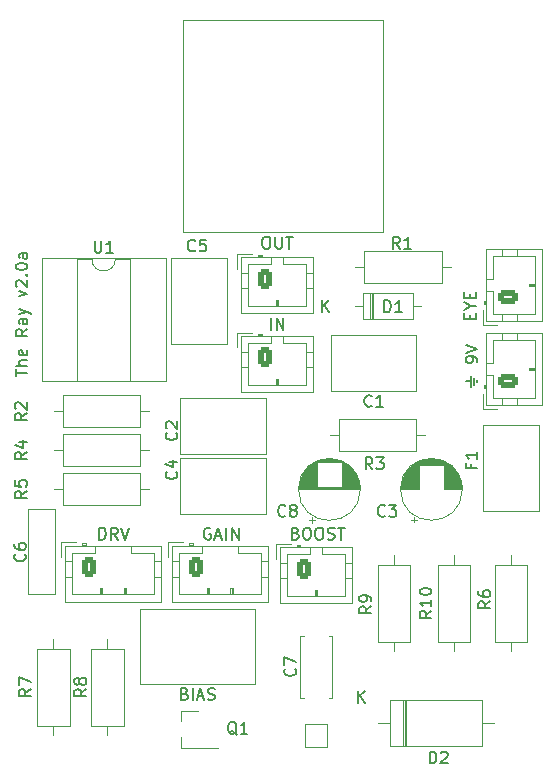
<source format=gto>
G04 #@! TF.GenerationSoftware,KiCad,Pcbnew,(6.0.0)*
G04 #@! TF.CreationDate,2022-07-26T20:36:16+02:00*
G04 #@! TF.ProjectId,ray,7261792e-6b69-4636-9164-5f7063625858,rev?*
G04 #@! TF.SameCoordinates,Original*
G04 #@! TF.FileFunction,Legend,Top*
G04 #@! TF.FilePolarity,Positive*
%FSLAX46Y46*%
G04 Gerber Fmt 4.6, Leading zero omitted, Abs format (unit mm)*
G04 Created by KiCad (PCBNEW (6.0.0)) date 2022-07-26 20:36:16*
%MOMM*%
%LPD*%
G01*
G04 APERTURE LIST*
G04 Aperture macros list*
%AMRoundRect*
0 Rectangle with rounded corners*
0 $1 Rounding radius*
0 $2 $3 $4 $5 $6 $7 $8 $9 X,Y pos of 4 corners*
0 Add a 4 corners polygon primitive as box body*
4,1,4,$2,$3,$4,$5,$6,$7,$8,$9,$2,$3,0*
0 Add four circle primitives for the rounded corners*
1,1,$1+$1,$2,$3*
1,1,$1+$1,$4,$5*
1,1,$1+$1,$6,$7*
1,1,$1+$1,$8,$9*
0 Add four rect primitives between the rounded corners*
20,1,$1+$1,$2,$3,$4,$5,0*
20,1,$1+$1,$4,$5,$6,$7,0*
20,1,$1+$1,$6,$7,$8,$9,0*
20,1,$1+$1,$8,$9,$2,$3,0*%
G04 Aperture macros list end*
%ADD10C,0.150000*%
%ADD11C,0.120000*%
%ADD12C,1.600000*%
%ADD13O,1.600000X1.600000*%
%ADD14RoundRect,0.250000X-0.350000X-0.625000X0.350000X-0.625000X0.350000X0.625000X-0.350000X0.625000X0*%
%ADD15O,1.200000X1.750000*%
%ADD16R,1.600000X1.600000*%
%ADD17C,1.440000*%
%ADD18RoundRect,0.250000X0.625000X-0.350000X0.625000X0.350000X-0.625000X0.350000X-0.625000X-0.350000X0*%
%ADD19O,1.750000X1.200000*%
%ADD20R,2.400000X1.600000*%
%ADD21O,2.400000X1.600000*%
%ADD22R,2.400000X2.400000*%
%ADD23O,2.400000X2.400000*%
%ADD24R,1.900000X0.800000*%
%ADD25R,1.500000X1.500000*%
%ADD26O,2.743200X4.003200*%
G04 APERTURE END LIST*
D10*
X98742380Y-68108951D02*
X98742380Y-67537522D01*
X99742380Y-67823237D02*
X98742380Y-67823237D01*
X99742380Y-67204189D02*
X98742380Y-67204189D01*
X99742380Y-66775617D02*
X99218571Y-66775617D01*
X99123333Y-66823237D01*
X99075714Y-66918475D01*
X99075714Y-67061332D01*
X99123333Y-67156570D01*
X99170952Y-67204189D01*
X99694761Y-65918475D02*
X99742380Y-66013713D01*
X99742380Y-66204189D01*
X99694761Y-66299427D01*
X99599523Y-66347046D01*
X99218571Y-66347046D01*
X99123333Y-66299427D01*
X99075714Y-66204189D01*
X99075714Y-66013713D01*
X99123333Y-65918475D01*
X99218571Y-65870856D01*
X99313809Y-65870856D01*
X99409047Y-66347046D01*
X99742380Y-64108951D02*
X99266190Y-64442284D01*
X99742380Y-64680379D02*
X98742380Y-64680379D01*
X98742380Y-64299427D01*
X98790000Y-64204189D01*
X98837619Y-64156570D01*
X98932857Y-64108951D01*
X99075714Y-64108951D01*
X99170952Y-64156570D01*
X99218571Y-64204189D01*
X99266190Y-64299427D01*
X99266190Y-64680379D01*
X99742380Y-63251808D02*
X99218571Y-63251808D01*
X99123333Y-63299427D01*
X99075714Y-63394665D01*
X99075714Y-63585141D01*
X99123333Y-63680379D01*
X99694761Y-63251808D02*
X99742380Y-63347046D01*
X99742380Y-63585141D01*
X99694761Y-63680379D01*
X99599523Y-63727998D01*
X99504285Y-63727998D01*
X99409047Y-63680379D01*
X99361428Y-63585141D01*
X99361428Y-63347046D01*
X99313809Y-63251808D01*
X99075714Y-62870856D02*
X99742380Y-62632760D01*
X99075714Y-62394665D02*
X99742380Y-62632760D01*
X99980476Y-62727998D01*
X100028095Y-62775617D01*
X100075714Y-62870856D01*
X99075714Y-61347046D02*
X99742380Y-61108951D01*
X99075714Y-60870856D01*
X98837619Y-60537522D02*
X98790000Y-60489903D01*
X98742380Y-60394665D01*
X98742380Y-60156570D01*
X98790000Y-60061332D01*
X98837619Y-60013713D01*
X98932857Y-59966094D01*
X99028095Y-59966094D01*
X99170952Y-60013713D01*
X99742380Y-60585141D01*
X99742380Y-59966094D01*
X99647142Y-59537522D02*
X99694761Y-59489903D01*
X99742380Y-59537522D01*
X99694761Y-59585141D01*
X99647142Y-59537522D01*
X99742380Y-59537522D01*
X98742380Y-58870856D02*
X98742380Y-58775617D01*
X98790000Y-58680379D01*
X98837619Y-58632760D01*
X98932857Y-58585141D01*
X99123333Y-58537522D01*
X99361428Y-58537522D01*
X99551904Y-58585141D01*
X99647142Y-58632760D01*
X99694761Y-58680379D01*
X99742380Y-58775617D01*
X99742380Y-58870856D01*
X99694761Y-58966094D01*
X99647142Y-59013713D01*
X99551904Y-59061332D01*
X99361428Y-59108951D01*
X99123333Y-59108951D01*
X98932857Y-59061332D01*
X98837619Y-59013713D01*
X98790000Y-58966094D01*
X98742380Y-58870856D01*
X99742380Y-57680379D02*
X99218571Y-57680379D01*
X99123333Y-57727998D01*
X99075714Y-57823237D01*
X99075714Y-58013713D01*
X99123333Y-58108951D01*
X99694761Y-57680379D02*
X99742380Y-57775617D01*
X99742380Y-58013713D01*
X99694761Y-58108951D01*
X99599523Y-58156570D01*
X99504285Y-58156570D01*
X99409047Y-58108951D01*
X99361428Y-58013713D01*
X99361428Y-57775617D01*
X99313809Y-57680379D01*
X122409142Y-92865903D02*
X122456761Y-92913522D01*
X122504380Y-93056379D01*
X122504380Y-93151617D01*
X122456761Y-93294475D01*
X122361523Y-93389713D01*
X122266285Y-93437332D01*
X122075809Y-93484951D01*
X121932952Y-93484951D01*
X121742476Y-93437332D01*
X121647238Y-93389713D01*
X121552000Y-93294475D01*
X121504380Y-93151617D01*
X121504380Y-93056379D01*
X121552000Y-92913522D01*
X121599619Y-92865903D01*
X121504380Y-92532570D02*
X121504380Y-91865903D01*
X122504380Y-92294475D01*
X128952933Y-75992017D02*
X128619600Y-75515827D01*
X128381504Y-75992017D02*
X128381504Y-74992017D01*
X128762457Y-74992017D01*
X128857695Y-75039637D01*
X128905314Y-75087256D01*
X128952933Y-75182494D01*
X128952933Y-75325351D01*
X128905314Y-75420589D01*
X128857695Y-75468208D01*
X128762457Y-75515827D01*
X128381504Y-75515827D01*
X129286266Y-74992017D02*
X129905314Y-74992017D01*
X129571980Y-75372970D01*
X129714838Y-75372970D01*
X129810076Y-75420589D01*
X129857695Y-75468208D01*
X129905314Y-75563446D01*
X129905314Y-75801541D01*
X129857695Y-75896779D01*
X129810076Y-75944398D01*
X129714838Y-75992017D01*
X129429123Y-75992017D01*
X129333885Y-75944398D01*
X129286266Y-75896779D01*
X99692380Y-71264903D02*
X99216190Y-71598237D01*
X99692380Y-71836332D02*
X98692380Y-71836332D01*
X98692380Y-71455379D01*
X98740000Y-71360141D01*
X98787619Y-71312522D01*
X98882857Y-71264903D01*
X99025714Y-71264903D01*
X99120952Y-71312522D01*
X99168571Y-71360141D01*
X99216190Y-71455379D01*
X99216190Y-71836332D01*
X98787619Y-70883951D02*
X98740000Y-70836332D01*
X98692380Y-70741094D01*
X98692380Y-70502998D01*
X98740000Y-70407760D01*
X98787619Y-70360141D01*
X98882857Y-70312522D01*
X98978095Y-70312522D01*
X99120952Y-70360141D01*
X99692380Y-70931570D01*
X99692380Y-70312522D01*
X128860780Y-87593503D02*
X128384590Y-87926837D01*
X128860780Y-88164932D02*
X127860780Y-88164932D01*
X127860780Y-87783979D01*
X127908400Y-87688741D01*
X127956019Y-87641122D01*
X128051257Y-87593503D01*
X128194114Y-87593503D01*
X128289352Y-87641122D01*
X128336971Y-87688741D01*
X128384590Y-87783979D01*
X128384590Y-88164932D01*
X128860780Y-87117313D02*
X128860780Y-86926837D01*
X128813161Y-86831598D01*
X128765542Y-86783979D01*
X128622685Y-86688741D01*
X128432209Y-86641122D01*
X128051257Y-86641122D01*
X127956019Y-86688741D01*
X127908400Y-86736360D01*
X127860780Y-86831598D01*
X127860780Y-87022075D01*
X127908400Y-87117313D01*
X127956019Y-87164932D01*
X128051257Y-87212551D01*
X128289352Y-87212551D01*
X128384590Y-87164932D01*
X128432209Y-87117313D01*
X128479828Y-87022075D01*
X128479828Y-86831598D01*
X128432209Y-86736360D01*
X128384590Y-86688741D01*
X128289352Y-86641122D01*
X120366190Y-64155617D02*
X120366190Y-63155617D01*
X120842380Y-64155617D02*
X120842380Y-63155617D01*
X121413809Y-64155617D01*
X121413809Y-63155617D01*
X99717380Y-74537903D02*
X99241190Y-74871237D01*
X99717380Y-75109332D02*
X98717380Y-75109332D01*
X98717380Y-74728379D01*
X98765000Y-74633141D01*
X98812619Y-74585522D01*
X98907857Y-74537903D01*
X99050714Y-74537903D01*
X99145952Y-74585522D01*
X99193571Y-74633141D01*
X99241190Y-74728379D01*
X99241190Y-75109332D01*
X99050714Y-73680760D02*
X99717380Y-73680760D01*
X98669761Y-73918856D02*
X99384047Y-74156951D01*
X99384047Y-73537903D01*
X121586933Y-79909979D02*
X121539314Y-79957598D01*
X121396457Y-80005217D01*
X121301219Y-80005217D01*
X121158361Y-79957598D01*
X121063123Y-79862360D01*
X121015504Y-79767122D01*
X120967885Y-79576646D01*
X120967885Y-79433789D01*
X121015504Y-79243313D01*
X121063123Y-79148075D01*
X121158361Y-79052837D01*
X121301219Y-79005217D01*
X121396457Y-79005217D01*
X121539314Y-79052837D01*
X121586933Y-79100456D01*
X122158361Y-79433789D02*
X122063123Y-79386170D01*
X122015504Y-79338551D01*
X121967885Y-79243313D01*
X121967885Y-79195694D01*
X122015504Y-79100456D01*
X122063123Y-79052837D01*
X122158361Y-79005217D01*
X122348838Y-79005217D01*
X122444076Y-79052837D01*
X122491695Y-79100456D01*
X122539314Y-79195694D01*
X122539314Y-79243313D01*
X122491695Y-79338551D01*
X122444076Y-79386170D01*
X122348838Y-79433789D01*
X122158361Y-79433789D01*
X122063123Y-79481408D01*
X122015504Y-79529027D01*
X121967885Y-79624265D01*
X121967885Y-79814741D01*
X122015504Y-79909979D01*
X122063123Y-79957598D01*
X122158361Y-80005217D01*
X122348838Y-80005217D01*
X122444076Y-79957598D01*
X122491695Y-79909979D01*
X122539314Y-79814741D01*
X122539314Y-79624265D01*
X122491695Y-79529027D01*
X122444076Y-79481408D01*
X122348838Y-79433789D01*
X99692380Y-77839903D02*
X99216190Y-78173237D01*
X99692380Y-78411332D02*
X98692380Y-78411332D01*
X98692380Y-78030379D01*
X98740000Y-77935141D01*
X98787619Y-77887522D01*
X98882857Y-77839903D01*
X99025714Y-77839903D01*
X99120952Y-77887522D01*
X99168571Y-77935141D01*
X99216190Y-78030379D01*
X99216190Y-78411332D01*
X98692380Y-76935141D02*
X98692380Y-77411332D01*
X99168571Y-77458951D01*
X99120952Y-77411332D01*
X99073333Y-77316094D01*
X99073333Y-77077998D01*
X99120952Y-76982760D01*
X99168571Y-76935141D01*
X99263809Y-76887522D01*
X99501904Y-76887522D01*
X99597142Y-76935141D01*
X99644761Y-76982760D01*
X99692380Y-77077998D01*
X99692380Y-77316094D01*
X99644761Y-77411332D01*
X99597142Y-77458951D01*
X112347142Y-76189903D02*
X112394761Y-76237522D01*
X112442380Y-76380379D01*
X112442380Y-76475617D01*
X112394761Y-76618475D01*
X112299523Y-76713713D01*
X112204285Y-76761332D01*
X112013809Y-76808951D01*
X111870952Y-76808951D01*
X111680476Y-76761332D01*
X111585238Y-76713713D01*
X111490000Y-76618475D01*
X111442380Y-76475617D01*
X111442380Y-76380379D01*
X111490000Y-76237522D01*
X111537619Y-76189903D01*
X111775714Y-75332760D02*
X112442380Y-75332760D01*
X111394761Y-75570856D02*
X112109047Y-75808951D01*
X112109047Y-75189903D01*
X115243428Y-80983237D02*
X115148190Y-80935617D01*
X115005333Y-80935617D01*
X114862476Y-80983237D01*
X114767238Y-81078475D01*
X114719619Y-81173713D01*
X114672000Y-81364189D01*
X114672000Y-81507046D01*
X114719619Y-81697522D01*
X114767238Y-81792760D01*
X114862476Y-81887998D01*
X115005333Y-81935617D01*
X115100571Y-81935617D01*
X115243428Y-81887998D01*
X115291047Y-81840379D01*
X115291047Y-81507046D01*
X115100571Y-81507046D01*
X115672000Y-81649903D02*
X116148190Y-81649903D01*
X115576761Y-81935617D02*
X115910095Y-80935617D01*
X116243428Y-81935617D01*
X116576761Y-81935617D02*
X116576761Y-80935617D01*
X117052952Y-81935617D02*
X117052952Y-80935617D01*
X117624380Y-81935617D01*
X117624380Y-80935617D01*
X112347142Y-72889903D02*
X112394761Y-72937522D01*
X112442380Y-73080379D01*
X112442380Y-73175617D01*
X112394761Y-73318475D01*
X112299523Y-73413713D01*
X112204285Y-73461332D01*
X112013809Y-73508951D01*
X111870952Y-73508951D01*
X111680476Y-73461332D01*
X111585238Y-73413713D01*
X111490000Y-73318475D01*
X111442380Y-73175617D01*
X111442380Y-73080379D01*
X111490000Y-72937522D01*
X111537619Y-72889903D01*
X111537619Y-72508951D02*
X111490000Y-72461332D01*
X111442380Y-72366094D01*
X111442380Y-72127998D01*
X111490000Y-72032760D01*
X111537619Y-71985141D01*
X111632857Y-71937522D01*
X111728095Y-71937522D01*
X111870952Y-71985141D01*
X112442380Y-72556570D01*
X112442380Y-71937522D01*
X138928380Y-87183903D02*
X138452190Y-87517237D01*
X138928380Y-87755332D02*
X137928380Y-87755332D01*
X137928380Y-87374379D01*
X137976000Y-87279141D01*
X138023619Y-87231522D01*
X138118857Y-87183903D01*
X138261714Y-87183903D01*
X138356952Y-87231522D01*
X138404571Y-87279141D01*
X138452190Y-87374379D01*
X138452190Y-87755332D01*
X137928380Y-86326760D02*
X137928380Y-86517237D01*
X137976000Y-86612475D01*
X138023619Y-86660094D01*
X138166476Y-86755332D01*
X138356952Y-86802951D01*
X138737904Y-86802951D01*
X138833142Y-86755332D01*
X138880761Y-86707713D01*
X138928380Y-86612475D01*
X138928380Y-86421998D01*
X138880761Y-86326760D01*
X138833142Y-86279141D01*
X138737904Y-86231522D01*
X138499809Y-86231522D01*
X138404571Y-86279141D01*
X138356952Y-86326760D01*
X138309333Y-86421998D01*
X138309333Y-86612475D01*
X138356952Y-86707713D01*
X138404571Y-86755332D01*
X138499809Y-86802951D01*
X113068571Y-94982808D02*
X113211428Y-95030427D01*
X113259047Y-95078046D01*
X113306666Y-95173284D01*
X113306666Y-95316141D01*
X113259047Y-95411379D01*
X113211428Y-95458998D01*
X113116190Y-95506617D01*
X112735238Y-95506617D01*
X112735238Y-94506617D01*
X113068571Y-94506617D01*
X113163809Y-94554237D01*
X113211428Y-94601856D01*
X113259047Y-94697094D01*
X113259047Y-94792332D01*
X113211428Y-94887570D01*
X113163809Y-94935189D01*
X113068571Y-94982808D01*
X112735238Y-94982808D01*
X113735238Y-95506617D02*
X113735238Y-94506617D01*
X114163809Y-95220903D02*
X114640000Y-95220903D01*
X114068571Y-95506617D02*
X114401904Y-94506617D01*
X114735238Y-95506617D01*
X115020952Y-95458998D02*
X115163809Y-95506617D01*
X115401904Y-95506617D01*
X115497142Y-95458998D01*
X115544761Y-95411379D01*
X115592380Y-95316141D01*
X115592380Y-95220903D01*
X115544761Y-95125665D01*
X115497142Y-95078046D01*
X115401904Y-95030427D01*
X115211428Y-94982808D01*
X115116190Y-94935189D01*
X115068571Y-94887570D01*
X115020952Y-94792332D01*
X115020952Y-94697094D01*
X115068571Y-94601856D01*
X115116190Y-94554237D01*
X115211428Y-94506617D01*
X115449523Y-94506617D01*
X115592380Y-94554237D01*
X137226971Y-63223675D02*
X137226971Y-62890341D01*
X137750780Y-62747484D02*
X137750780Y-63223675D01*
X136750780Y-63223675D01*
X136750780Y-62747484D01*
X137274590Y-62128437D02*
X137750780Y-62128437D01*
X136750780Y-62461770D02*
X137274590Y-62128437D01*
X136750780Y-61795103D01*
X137226971Y-61461770D02*
X137226971Y-61128437D01*
X137750780Y-60985579D02*
X137750780Y-61461770D01*
X136750780Y-61461770D01*
X136750780Y-60985579D01*
X113959333Y-57446379D02*
X113911714Y-57493998D01*
X113768857Y-57541617D01*
X113673619Y-57541617D01*
X113530761Y-57493998D01*
X113435523Y-57398760D01*
X113387904Y-57303522D01*
X113340285Y-57113046D01*
X113340285Y-56970189D01*
X113387904Y-56779713D01*
X113435523Y-56684475D01*
X113530761Y-56589237D01*
X113673619Y-56541617D01*
X113768857Y-56541617D01*
X113911714Y-56589237D01*
X113959333Y-56636856D01*
X114864095Y-56541617D02*
X114387904Y-56541617D01*
X114340285Y-57017808D01*
X114387904Y-56970189D01*
X114483142Y-56922570D01*
X114721238Y-56922570D01*
X114816476Y-56970189D01*
X114864095Y-57017808D01*
X114911714Y-57113046D01*
X114911714Y-57351141D01*
X114864095Y-57446379D01*
X114816476Y-57493998D01*
X114721238Y-57541617D01*
X114483142Y-57541617D01*
X114387904Y-57493998D01*
X114340285Y-57446379D01*
X99530142Y-83173903D02*
X99577761Y-83221522D01*
X99625380Y-83364379D01*
X99625380Y-83459617D01*
X99577761Y-83602475D01*
X99482523Y-83697713D01*
X99387285Y-83745332D01*
X99196809Y-83792951D01*
X99053952Y-83792951D01*
X98863476Y-83745332D01*
X98768238Y-83697713D01*
X98673000Y-83602475D01*
X98625380Y-83459617D01*
X98625380Y-83364379D01*
X98673000Y-83221522D01*
X98720619Y-83173903D01*
X98625380Y-82316760D02*
X98625380Y-82507237D01*
X98673000Y-82602475D01*
X98720619Y-82650094D01*
X98863476Y-82745332D01*
X99053952Y-82792951D01*
X99434904Y-82792951D01*
X99530142Y-82745332D01*
X99577761Y-82697713D01*
X99625380Y-82602475D01*
X99625380Y-82411998D01*
X99577761Y-82316760D01*
X99530142Y-82269141D01*
X99434904Y-82221522D01*
X99196809Y-82221522D01*
X99101571Y-82269141D01*
X99053952Y-82316760D01*
X99006333Y-82411998D01*
X99006333Y-82602475D01*
X99053952Y-82697713D01*
X99101571Y-82745332D01*
X99196809Y-82792951D01*
X128902133Y-70613579D02*
X128854514Y-70661198D01*
X128711657Y-70708817D01*
X128616419Y-70708817D01*
X128473561Y-70661198D01*
X128378323Y-70565960D01*
X128330704Y-70470722D01*
X128283085Y-70280246D01*
X128283085Y-70137389D01*
X128330704Y-69946913D01*
X128378323Y-69851675D01*
X128473561Y-69756437D01*
X128616419Y-69708817D01*
X128711657Y-69708817D01*
X128854514Y-69756437D01*
X128902133Y-69804056D01*
X129854514Y-70708817D02*
X129283085Y-70708817D01*
X129568800Y-70708817D02*
X129568800Y-69708817D01*
X129473561Y-69851675D01*
X129378323Y-69946913D01*
X129283085Y-69994532D01*
X130019733Y-79909979D02*
X129972114Y-79957598D01*
X129829257Y-80005217D01*
X129734019Y-80005217D01*
X129591161Y-79957598D01*
X129495923Y-79862360D01*
X129448304Y-79767122D01*
X129400685Y-79576646D01*
X129400685Y-79433789D01*
X129448304Y-79243313D01*
X129495923Y-79148075D01*
X129591161Y-79052837D01*
X129734019Y-79005217D01*
X129829257Y-79005217D01*
X129972114Y-79052837D01*
X130019733Y-79100456D01*
X130353066Y-79005217D02*
X130972114Y-79005217D01*
X130638780Y-79386170D01*
X130781638Y-79386170D01*
X130876876Y-79433789D01*
X130924495Y-79481408D01*
X130972114Y-79576646D01*
X130972114Y-79814741D01*
X130924495Y-79909979D01*
X130876876Y-79957598D01*
X130781638Y-80005217D01*
X130495923Y-80005217D01*
X130400685Y-79957598D01*
X130353066Y-79909979D01*
X137328571Y-75568170D02*
X137328571Y-75901503D01*
X137852380Y-75901503D02*
X136852380Y-75901503D01*
X136852380Y-75425313D01*
X137852380Y-74520551D02*
X137852380Y-75091979D01*
X137852380Y-74806265D02*
X136852380Y-74806265D01*
X136995238Y-74901503D01*
X137090476Y-74996741D01*
X137138095Y-75091979D01*
X105438095Y-56645617D02*
X105438095Y-57455141D01*
X105485714Y-57550379D01*
X105533333Y-57597998D01*
X105628571Y-57645617D01*
X105819047Y-57645617D01*
X105914285Y-57597998D01*
X105961904Y-57550379D01*
X106009523Y-57455141D01*
X106009523Y-56645617D01*
X107009523Y-57645617D02*
X106438095Y-57645617D01*
X106723809Y-57645617D02*
X106723809Y-56645617D01*
X106628571Y-56788475D01*
X106533333Y-56883713D01*
X106438095Y-56931332D01*
X105837523Y-81935617D02*
X105837523Y-80935617D01*
X106075619Y-80935617D01*
X106218476Y-80983237D01*
X106313714Y-81078475D01*
X106361333Y-81173713D01*
X106408952Y-81364189D01*
X106408952Y-81507046D01*
X106361333Y-81697522D01*
X106313714Y-81792760D01*
X106218476Y-81887998D01*
X106075619Y-81935617D01*
X105837523Y-81935617D01*
X107408952Y-81935617D02*
X107075619Y-81459427D01*
X106837523Y-81935617D02*
X106837523Y-80935617D01*
X107218476Y-80935617D01*
X107313714Y-80983237D01*
X107361333Y-81030856D01*
X107408952Y-81126094D01*
X107408952Y-81268951D01*
X107361333Y-81364189D01*
X107313714Y-81411808D01*
X107218476Y-81459427D01*
X106837523Y-81459427D01*
X107694666Y-80935617D02*
X108028000Y-81935617D01*
X108361333Y-80935617D01*
X133793904Y-100897617D02*
X133793904Y-99897617D01*
X134032000Y-99897617D01*
X134174857Y-99945237D01*
X134270095Y-100040475D01*
X134317714Y-100135713D01*
X134365333Y-100326189D01*
X134365333Y-100469046D01*
X134317714Y-100659522D01*
X134270095Y-100754760D01*
X134174857Y-100849998D01*
X134032000Y-100897617D01*
X133793904Y-100897617D01*
X134746285Y-99992856D02*
X134793904Y-99945237D01*
X134889142Y-99897617D01*
X135127238Y-99897617D01*
X135222476Y-99945237D01*
X135270095Y-99992856D01*
X135317714Y-100088094D01*
X135317714Y-100183332D01*
X135270095Y-100326189D01*
X134698666Y-100897617D01*
X135317714Y-100897617D01*
X127740095Y-95737617D02*
X127740095Y-94737617D01*
X128311523Y-95737617D02*
X127882952Y-95166189D01*
X128311523Y-94737617D02*
X127740095Y-95309046D01*
X122466666Y-81411808D02*
X122609523Y-81459427D01*
X122657142Y-81507046D01*
X122704761Y-81602284D01*
X122704761Y-81745141D01*
X122657142Y-81840379D01*
X122609523Y-81887998D01*
X122514285Y-81935617D01*
X122133333Y-81935617D01*
X122133333Y-80935617D01*
X122466666Y-80935617D01*
X122561904Y-80983237D01*
X122609523Y-81030856D01*
X122657142Y-81126094D01*
X122657142Y-81221332D01*
X122609523Y-81316570D01*
X122561904Y-81364189D01*
X122466666Y-81411808D01*
X122133333Y-81411808D01*
X123323809Y-80935617D02*
X123514285Y-80935617D01*
X123609523Y-80983237D01*
X123704761Y-81078475D01*
X123752380Y-81268951D01*
X123752380Y-81602284D01*
X123704761Y-81792760D01*
X123609523Y-81887998D01*
X123514285Y-81935617D01*
X123323809Y-81935617D01*
X123228571Y-81887998D01*
X123133333Y-81792760D01*
X123085714Y-81602284D01*
X123085714Y-81268951D01*
X123133333Y-81078475D01*
X123228571Y-80983237D01*
X123323809Y-80935617D01*
X124371428Y-80935617D02*
X124561904Y-80935617D01*
X124657142Y-80983237D01*
X124752380Y-81078475D01*
X124800000Y-81268951D01*
X124800000Y-81602284D01*
X124752380Y-81792760D01*
X124657142Y-81887998D01*
X124561904Y-81935617D01*
X124371428Y-81935617D01*
X124276190Y-81887998D01*
X124180952Y-81792760D01*
X124133333Y-81602284D01*
X124133333Y-81268951D01*
X124180952Y-81078475D01*
X124276190Y-80983237D01*
X124371428Y-80935617D01*
X125180952Y-81887998D02*
X125323809Y-81935617D01*
X125561904Y-81935617D01*
X125657142Y-81887998D01*
X125704761Y-81840379D01*
X125752380Y-81745141D01*
X125752380Y-81649903D01*
X125704761Y-81554665D01*
X125657142Y-81507046D01*
X125561904Y-81459427D01*
X125371428Y-81411808D01*
X125276190Y-81364189D01*
X125228571Y-81316570D01*
X125180952Y-81221332D01*
X125180952Y-81126094D01*
X125228571Y-81030856D01*
X125276190Y-80983237D01*
X125371428Y-80935617D01*
X125609523Y-80935617D01*
X125752380Y-80983237D01*
X126038095Y-80935617D02*
X126609523Y-80935617D01*
X126323809Y-81935617D02*
X126323809Y-80935617D01*
X117468761Y-98474856D02*
X117373523Y-98427237D01*
X117278285Y-98331998D01*
X117135428Y-98189141D01*
X117040190Y-98141522D01*
X116944952Y-98141522D01*
X116992571Y-98379617D02*
X116897333Y-98331998D01*
X116802095Y-98236760D01*
X116754476Y-98046284D01*
X116754476Y-97712951D01*
X116802095Y-97522475D01*
X116897333Y-97427237D01*
X116992571Y-97379617D01*
X117183047Y-97379617D01*
X117278285Y-97427237D01*
X117373523Y-97522475D01*
X117421142Y-97712951D01*
X117421142Y-98046284D01*
X117373523Y-98236760D01*
X117278285Y-98331998D01*
X117183047Y-98379617D01*
X116992571Y-98379617D01*
X118373523Y-98379617D02*
X117802095Y-98379617D01*
X118087809Y-98379617D02*
X118087809Y-97379617D01*
X117992571Y-97522475D01*
X117897333Y-97617713D01*
X117802095Y-97665332D01*
X104730780Y-94603903D02*
X104254590Y-94937237D01*
X104730780Y-95175332D02*
X103730780Y-95175332D01*
X103730780Y-94794379D01*
X103778400Y-94699141D01*
X103826019Y-94651522D01*
X103921257Y-94603903D01*
X104064114Y-94603903D01*
X104159352Y-94651522D01*
X104206971Y-94699141D01*
X104254590Y-94794379D01*
X104254590Y-95175332D01*
X104159352Y-94032475D02*
X104111733Y-94127713D01*
X104064114Y-94175332D01*
X103968876Y-94222951D01*
X103921257Y-94222951D01*
X103826019Y-94175332D01*
X103778400Y-94127713D01*
X103730780Y-94032475D01*
X103730780Y-93841998D01*
X103778400Y-93746760D01*
X103826019Y-93699141D01*
X103921257Y-93651522D01*
X103968876Y-93651522D01*
X104064114Y-93699141D01*
X104111733Y-93746760D01*
X104159352Y-93841998D01*
X104159352Y-94032475D01*
X104206971Y-94127713D01*
X104254590Y-94175332D01*
X104349828Y-94222951D01*
X104540304Y-94222951D01*
X104635542Y-94175332D01*
X104683161Y-94127713D01*
X104730780Y-94032475D01*
X104730780Y-93841998D01*
X104683161Y-93746760D01*
X104635542Y-93699141D01*
X104540304Y-93651522D01*
X104349828Y-93651522D01*
X104254590Y-93699141D01*
X104206971Y-93746760D01*
X104159352Y-93841998D01*
X137280952Y-69021141D02*
X137280952Y-68068760D01*
X137566666Y-68830665D02*
X137566666Y-68259237D01*
X136852380Y-68544951D02*
X137280952Y-68544951D01*
X137852380Y-68449713D02*
X137852380Y-68640189D01*
X137852380Y-66878284D02*
X137852380Y-66687808D01*
X137804761Y-66592570D01*
X137757142Y-66544951D01*
X137614285Y-66449713D01*
X137423809Y-66402094D01*
X137042857Y-66402094D01*
X136947619Y-66449713D01*
X136900000Y-66497332D01*
X136852380Y-66592570D01*
X136852380Y-66783046D01*
X136900000Y-66878284D01*
X136947619Y-66925903D01*
X137042857Y-66973522D01*
X137280952Y-66973522D01*
X137376190Y-66925903D01*
X137423809Y-66878284D01*
X137471428Y-66783046D01*
X137471428Y-66592570D01*
X137423809Y-66497332D01*
X137376190Y-66449713D01*
X137280952Y-66402094D01*
X136852380Y-66116379D02*
X137852380Y-65783046D01*
X136852380Y-65449713D01*
X133958380Y-87968094D02*
X133482190Y-88301427D01*
X133958380Y-88539522D02*
X132958380Y-88539522D01*
X132958380Y-88158570D01*
X133006000Y-88063332D01*
X133053619Y-88015713D01*
X133148857Y-87968094D01*
X133291714Y-87968094D01*
X133386952Y-88015713D01*
X133434571Y-88063332D01*
X133482190Y-88158570D01*
X133482190Y-88539522D01*
X133958380Y-87015713D02*
X133958380Y-87587141D01*
X133958380Y-87301427D02*
X132958380Y-87301427D01*
X133101238Y-87396665D01*
X133196476Y-87491903D01*
X133244095Y-87587141D01*
X132958380Y-86396665D02*
X132958380Y-86301427D01*
X133006000Y-86206189D01*
X133053619Y-86158570D01*
X133148857Y-86110951D01*
X133339333Y-86063332D01*
X133577428Y-86063332D01*
X133767904Y-86110951D01*
X133863142Y-86158570D01*
X133910761Y-86206189D01*
X133958380Y-86301427D01*
X133958380Y-86396665D01*
X133910761Y-86491903D01*
X133863142Y-86539522D01*
X133767904Y-86587141D01*
X133577428Y-86634760D01*
X133339333Y-86634760D01*
X133148857Y-86587141D01*
X133053619Y-86539522D01*
X133006000Y-86491903D01*
X132958380Y-86396665D01*
X100030380Y-94603903D02*
X99554190Y-94937237D01*
X100030380Y-95175332D02*
X99030380Y-95175332D01*
X99030380Y-94794379D01*
X99078000Y-94699141D01*
X99125619Y-94651522D01*
X99220857Y-94603903D01*
X99363714Y-94603903D01*
X99458952Y-94651522D01*
X99506571Y-94699141D01*
X99554190Y-94794379D01*
X99554190Y-95175332D01*
X99030380Y-94270570D02*
X99030380Y-93603903D01*
X100030380Y-94032475D01*
X119890000Y-56297617D02*
X120080476Y-56297617D01*
X120175714Y-56345237D01*
X120270952Y-56440475D01*
X120318571Y-56630951D01*
X120318571Y-56964284D01*
X120270952Y-57154760D01*
X120175714Y-57249998D01*
X120080476Y-57297617D01*
X119890000Y-57297617D01*
X119794761Y-57249998D01*
X119699523Y-57154760D01*
X119651904Y-56964284D01*
X119651904Y-56630951D01*
X119699523Y-56440475D01*
X119794761Y-56345237D01*
X119890000Y-56297617D01*
X120747142Y-56297617D02*
X120747142Y-57107141D01*
X120794761Y-57202379D01*
X120842380Y-57249998D01*
X120937619Y-57297617D01*
X121128095Y-57297617D01*
X121223333Y-57249998D01*
X121270952Y-57202379D01*
X121318571Y-57107141D01*
X121318571Y-56297617D01*
X121651904Y-56297617D02*
X122223333Y-56297617D01*
X121937619Y-57297617D02*
X121937619Y-56297617D01*
X129956304Y-62682417D02*
X129956304Y-61682417D01*
X130194400Y-61682417D01*
X130337257Y-61730037D01*
X130432495Y-61825275D01*
X130480114Y-61920513D01*
X130527733Y-62110989D01*
X130527733Y-62253846D01*
X130480114Y-62444322D01*
X130432495Y-62539560D01*
X130337257Y-62634798D01*
X130194400Y-62682417D01*
X129956304Y-62682417D01*
X131480114Y-62682417D02*
X130908685Y-62682417D01*
X131194400Y-62682417D02*
X131194400Y-61682417D01*
X131099161Y-61825275D01*
X131003923Y-61920513D01*
X130908685Y-61968132D01*
X124730095Y-62683617D02*
X124730095Y-61683617D01*
X125301523Y-62683617D02*
X124872952Y-62112189D01*
X125301523Y-61683617D02*
X124730095Y-62255046D01*
X131285333Y-57309617D02*
X130952000Y-56833427D01*
X130713904Y-57309617D02*
X130713904Y-56309617D01*
X131094857Y-56309617D01*
X131190095Y-56357237D01*
X131237714Y-56404856D01*
X131285333Y-56500094D01*
X131285333Y-56642951D01*
X131237714Y-56738189D01*
X131190095Y-56785808D01*
X131094857Y-56833427D01*
X130713904Y-56833427D01*
X132237714Y-57309617D02*
X131666285Y-57309617D01*
X131952000Y-57309617D02*
X131952000Y-56309617D01*
X131856761Y-56452475D01*
X131761523Y-56547713D01*
X131666285Y-56595332D01*
D11*
X122822000Y-90079237D02*
X123137000Y-90079237D01*
X125247000Y-95319237D02*
X125562000Y-95319237D01*
X122822000Y-95319237D02*
X123137000Y-95319237D01*
X122822000Y-95319237D02*
X122822000Y-90079237D01*
X125247000Y-90079237D02*
X125562000Y-90079237D01*
X125562000Y-95319237D02*
X125562000Y-90079237D01*
X132650000Y-74471237D02*
X132650000Y-71731237D01*
X126110000Y-71731237D02*
X126110000Y-74471237D01*
X126110000Y-74471237D02*
X132650000Y-74471237D01*
X125340000Y-73101237D02*
X126110000Y-73101237D01*
X132650000Y-71731237D02*
X126110000Y-71731237D01*
X133420000Y-73101237D02*
X132650000Y-73101237D01*
X101972000Y-71069237D02*
X102742000Y-71069237D01*
X109282000Y-72439237D02*
X109282000Y-69699237D01*
X109282000Y-69699237D02*
X102742000Y-69699237D01*
X110052000Y-71069237D02*
X109282000Y-71069237D01*
X102742000Y-72439237D02*
X109282000Y-72439237D01*
X102742000Y-69699237D02*
X102742000Y-72439237D01*
X132166000Y-84055237D02*
X129426000Y-84055237D01*
X129426000Y-90595237D02*
X132166000Y-90595237D01*
X129426000Y-84055237D02*
X129426000Y-90595237D01*
X130796000Y-91365237D02*
X130796000Y-90595237D01*
X130796000Y-83285237D02*
X130796000Y-84055237D01*
X132166000Y-90595237D02*
X132166000Y-84055237D01*
X123934000Y-64713237D02*
X117814000Y-64713237D01*
X123324000Y-65323237D02*
X121374000Y-65323237D01*
X117814000Y-66023237D02*
X118424000Y-66023237D01*
X119574000Y-64513237D02*
X119274000Y-64513237D01*
X123934000Y-67323237D02*
X123324000Y-67323237D01*
X117814000Y-67323237D02*
X118424000Y-67323237D01*
X117814000Y-69433237D02*
X123934000Y-69433237D01*
X120774000Y-68823237D02*
X120774000Y-68323237D01*
X118764000Y-64413237D02*
X117514000Y-64413237D01*
X120374000Y-64713237D02*
X120374000Y-65323237D01*
X120774000Y-68323237D02*
X120974000Y-68323237D01*
X119574000Y-64713237D02*
X119574000Y-64513237D01*
X123324000Y-68823237D02*
X123324000Y-65323237D01*
X118424000Y-65323237D02*
X118424000Y-68823237D01*
X120974000Y-68323237D02*
X120974000Y-68823237D01*
X123934000Y-66023237D02*
X123324000Y-66023237D01*
X117814000Y-64713237D02*
X117814000Y-69433237D01*
X123934000Y-69433237D02*
X123934000Y-64713237D01*
X120374000Y-65323237D02*
X118424000Y-65323237D01*
X119574000Y-64613237D02*
X119274000Y-64613237D01*
X120874000Y-68823237D02*
X120874000Y-68323237D01*
X121374000Y-65323237D02*
X121374000Y-64713237D01*
X118424000Y-68823237D02*
X123324000Y-68823237D01*
X119274000Y-64513237D02*
X119274000Y-64713237D01*
X117514000Y-64413237D02*
X117514000Y-65663237D01*
X109282000Y-75741237D02*
X109282000Y-73001237D01*
X109282000Y-73001237D02*
X102742000Y-73001237D01*
X102742000Y-75741237D02*
X109282000Y-75741237D01*
X110052000Y-74371237D02*
X109282000Y-74371237D01*
X101972000Y-74371237D02*
X102742000Y-74371237D01*
X102742000Y-73001237D02*
X102742000Y-75741237D01*
X126356000Y-75852237D02*
X127142000Y-75852237D01*
X123841000Y-80498012D02*
X123841000Y-79998012D01*
X123141000Y-76292237D02*
X124276000Y-76292237D01*
X122747000Y-77453237D02*
X124276000Y-77453237D01*
X126356000Y-75892237D02*
X127180000Y-75892237D01*
X123281000Y-76092237D02*
X124276000Y-76092237D01*
X126356000Y-76932237D02*
X127784000Y-76932237D01*
X123092000Y-76372237D02*
X124276000Y-76372237D01*
X123452000Y-75892237D02*
X124276000Y-75892237D01*
X122751000Y-77413237D02*
X124276000Y-77413237D01*
X124218000Y-75332237D02*
X126414000Y-75332237D01*
X124639000Y-75172237D02*
X125993000Y-75172237D01*
X123251000Y-76132237D02*
X124276000Y-76132237D01*
X126356000Y-76452237D02*
X127584000Y-76452237D01*
X126356000Y-75532237D02*
X126759000Y-75532237D01*
X126356000Y-76092237D02*
X127351000Y-76092237D01*
X126356000Y-76172237D02*
X127411000Y-76172237D01*
X126356000Y-75492237D02*
X126699000Y-75492237D01*
X126356000Y-76972237D02*
X127796000Y-76972237D01*
X122780000Y-77213237D02*
X124276000Y-77213237D01*
X126356000Y-76052237D02*
X127320000Y-76052237D01*
X126356000Y-77333237D02*
X127872000Y-77333237D01*
X126356000Y-75732237D02*
X127015000Y-75732237D01*
X123006000Y-76532237D02*
X124276000Y-76532237D01*
X122760000Y-77333237D02*
X124276000Y-77333237D01*
X122836000Y-76972237D02*
X124276000Y-76972237D01*
X126356000Y-77053237D02*
X127817000Y-77053237D01*
X122815000Y-77053237D02*
X124276000Y-77053237D01*
X122848000Y-76932237D02*
X124276000Y-76932237D01*
X126356000Y-75612237D02*
X126870000Y-75612237D01*
X126356000Y-77413237D02*
X127881000Y-77413237D01*
X126356000Y-75412237D02*
X126567000Y-75412237D01*
X123933000Y-75492237D02*
X124276000Y-75492237D01*
X126356000Y-76772237D02*
X127730000Y-76772237D01*
X123531000Y-75812237D02*
X124276000Y-75812237D01*
X122805000Y-77093237D02*
X124276000Y-77093237D01*
X126356000Y-75652237D02*
X126921000Y-75652237D01*
X126356000Y-76692237D02*
X127698000Y-76692237D01*
X126356000Y-76852237D02*
X127758000Y-76852237D01*
X122740000Y-77533237D02*
X127892000Y-77533237D01*
X124798000Y-75132237D02*
X125834000Y-75132237D01*
X122951000Y-76652237D02*
X124276000Y-76652237D01*
X123711000Y-75652237D02*
X124276000Y-75652237D01*
X123617000Y-75732237D02*
X124276000Y-75732237D01*
X123379000Y-75972237D02*
X124276000Y-75972237D01*
X122755000Y-77373237D02*
X124276000Y-77373237D01*
X123873000Y-75532237D02*
X124276000Y-75532237D01*
X123663000Y-75692237D02*
X124276000Y-75692237D01*
X126356000Y-76252237D02*
X127465000Y-76252237D01*
X126356000Y-75692237D02*
X126969000Y-75692237D01*
X122874000Y-76852237D02*
X124276000Y-76852237D01*
X126356000Y-77133237D02*
X127836000Y-77133237D01*
X126356000Y-76812237D02*
X127744000Y-76812237D01*
X123415000Y-75932237D02*
X124276000Y-75932237D01*
X122825000Y-77013237D02*
X124276000Y-77013237D01*
X125032000Y-75092237D02*
X125600000Y-75092237D01*
X122987000Y-76572237D02*
X124276000Y-76572237D01*
X126356000Y-76132237D02*
X127381000Y-76132237D01*
X126356000Y-77213237D02*
X127852000Y-77213237D01*
X122902000Y-76772237D02*
X124276000Y-76772237D01*
X124305000Y-75292237D02*
X126327000Y-75292237D01*
X122918000Y-76732237D02*
X124276000Y-76732237D01*
X123069000Y-76412237D02*
X124276000Y-76412237D01*
X123167000Y-76252237D02*
X124276000Y-76252237D01*
X126356000Y-75812237D02*
X127101000Y-75812237D01*
X123312000Y-76052237D02*
X124276000Y-76052237D01*
X126356000Y-75572237D02*
X126816000Y-75572237D01*
X124401000Y-75252237D02*
X126231000Y-75252237D01*
X122743000Y-77493237D02*
X127889000Y-77493237D01*
X126356000Y-76652237D02*
X127681000Y-76652237D01*
X126356000Y-76292237D02*
X127491000Y-76292237D01*
X122796000Y-77133237D02*
X124276000Y-77133237D01*
X123048000Y-76452237D02*
X124276000Y-76452237D01*
X123762000Y-75612237D02*
X124276000Y-75612237D01*
X126356000Y-76412237D02*
X127563000Y-76412237D01*
X126356000Y-77373237D02*
X127877000Y-77373237D01*
X126356000Y-76572237D02*
X127645000Y-76572237D01*
X122934000Y-76692237D02*
X124276000Y-76692237D01*
X126356000Y-75772237D02*
X127059000Y-75772237D01*
X122766000Y-77293237D02*
X124276000Y-77293237D01*
X126356000Y-77093237D02*
X127827000Y-77093237D01*
X123997000Y-75452237D02*
X124276000Y-75452237D01*
X126356000Y-77453237D02*
X127885000Y-77453237D01*
X123221000Y-76172237D02*
X124276000Y-76172237D01*
X122888000Y-76812237D02*
X124276000Y-76812237D01*
X122773000Y-77253237D02*
X124276000Y-77253237D01*
X123816000Y-75572237D02*
X124276000Y-75572237D01*
X124511000Y-75212237D02*
X126121000Y-75212237D01*
X126356000Y-75452237D02*
X126635000Y-75452237D01*
X126356000Y-76212237D02*
X127438000Y-76212237D01*
X126356000Y-76012237D02*
X127287000Y-76012237D01*
X122861000Y-76892237D02*
X124276000Y-76892237D01*
X126356000Y-77173237D02*
X127844000Y-77173237D01*
X126356000Y-75972237D02*
X127253000Y-75972237D01*
X123490000Y-75852237D02*
X124276000Y-75852237D01*
X126356000Y-76492237D02*
X127606000Y-76492237D01*
X122737000Y-77613237D02*
X127895000Y-77613237D01*
X123345000Y-76012237D02*
X124276000Y-76012237D01*
X122736000Y-77653237D02*
X127896000Y-77653237D01*
X122738000Y-77573237D02*
X127894000Y-77573237D01*
X126356000Y-76892237D02*
X127771000Y-76892237D01*
X126356000Y-77293237D02*
X127866000Y-77293237D01*
X122736000Y-77693237D02*
X127896000Y-77693237D01*
X123194000Y-76212237D02*
X124276000Y-76212237D01*
X123573000Y-75772237D02*
X124276000Y-75772237D01*
X123591000Y-80248012D02*
X124091000Y-80248012D01*
X126356000Y-76332237D02*
X127516000Y-76332237D01*
X126356000Y-76612237D02*
X127664000Y-76612237D01*
X126356000Y-75932237D02*
X127217000Y-75932237D01*
X123026000Y-76492237D02*
X124276000Y-76492237D01*
X124138000Y-75372237D02*
X126494000Y-75372237D01*
X126356000Y-76532237D02*
X127626000Y-76532237D01*
X126356000Y-76732237D02*
X127714000Y-76732237D01*
X126356000Y-77253237D02*
X127859000Y-77253237D01*
X124065000Y-75412237D02*
X124276000Y-75412237D01*
X126356000Y-76372237D02*
X127540000Y-76372237D01*
X122788000Y-77173237D02*
X124276000Y-77173237D01*
X126356000Y-77013237D02*
X127807000Y-77013237D01*
X122968000Y-76612237D02*
X124276000Y-76612237D01*
X123116000Y-76332237D02*
X124276000Y-76332237D01*
X127936000Y-77693237D02*
G75*
G03*
X127936000Y-77693237I-2620000J0D01*
G01*
X109282000Y-76303237D02*
X102742000Y-76303237D01*
X102742000Y-76303237D02*
X102742000Y-79043237D01*
X109282000Y-79043237D02*
X109282000Y-76303237D01*
X102742000Y-79043237D02*
X109282000Y-79043237D01*
X110052000Y-77673237D02*
X109282000Y-77673237D01*
X101972000Y-77673237D02*
X102742000Y-77673237D01*
X112670000Y-79793237D02*
X112670000Y-75053237D01*
X119910000Y-79793237D02*
X119910000Y-75053237D01*
X119910000Y-79793237D02*
X112670000Y-79793237D01*
X119910000Y-75053237D02*
X112670000Y-75053237D01*
X113438400Y-82267237D02*
X113438400Y-82467237D01*
X120098400Y-82467237D02*
X111978400Y-82467237D01*
X120098400Y-87187237D02*
X120098400Y-82467237D01*
X112928400Y-82167237D02*
X111678400Y-82167237D01*
X115138400Y-86077237D02*
X115138400Y-86577237D01*
X120098400Y-85077237D02*
X119488400Y-85077237D01*
X111978400Y-85077237D02*
X112588400Y-85077237D01*
X112588400Y-86577237D02*
X119488400Y-86577237D01*
X116938400Y-86077237D02*
X117138400Y-86077237D01*
X115038400Y-86577237D02*
X115038400Y-86077237D01*
X113738400Y-82467237D02*
X113738400Y-82267237D01*
X120098400Y-83777237D02*
X119488400Y-83777237D01*
X114938400Y-86077237D02*
X115138400Y-86077237D01*
X117038400Y-86577237D02*
X117038400Y-86077237D01*
X119488400Y-86577237D02*
X119488400Y-83077237D01*
X117538400Y-83077237D02*
X117538400Y-82467237D01*
X111978400Y-83777237D02*
X112588400Y-83777237D01*
X111978400Y-82467237D02*
X111978400Y-87187237D01*
X111678400Y-82167237D02*
X111678400Y-83417237D01*
X112588400Y-83077237D02*
X112588400Y-86577237D01*
X113738400Y-82367237D02*
X113438400Y-82367237D01*
X114538400Y-82467237D02*
X114538400Y-83077237D01*
X113738400Y-82267237D02*
X113438400Y-82267237D01*
X119488400Y-83077237D02*
X117538400Y-83077237D01*
X117138400Y-86077237D02*
X117138400Y-86577237D01*
X114538400Y-83077237D02*
X112588400Y-83077237D01*
X111978400Y-87187237D02*
X120098400Y-87187237D01*
X116938400Y-86577237D02*
X116938400Y-86077237D01*
X114938400Y-86577237D02*
X114938400Y-86077237D01*
X119910000Y-69953237D02*
X112670000Y-69953237D01*
X119910000Y-74693237D02*
X112670000Y-74693237D01*
X112670000Y-74693237D02*
X112670000Y-69953237D01*
X119910000Y-74693237D02*
X119910000Y-69953237D01*
X142072000Y-84055237D02*
X139332000Y-84055237D01*
X142072000Y-90595237D02*
X142072000Y-84055237D01*
X139332000Y-90595237D02*
X142072000Y-90595237D01*
X139332000Y-84055237D02*
X139332000Y-90595237D01*
X140702000Y-91365237D02*
X140702000Y-90595237D01*
X140702000Y-83285237D02*
X140702000Y-84055237D01*
X109255000Y-87835237D02*
X109255000Y-94175237D01*
X119025000Y-87835237D02*
X119025000Y-94175237D01*
X109255000Y-94175237D02*
X119025000Y-94175237D01*
X109255000Y-87835237D02*
X119025000Y-87835237D01*
X142706000Y-60401237D02*
X142206000Y-60401237D01*
X138596000Y-63461237D02*
X143316000Y-63461237D01*
X141206000Y-63461237D02*
X141206000Y-62851237D01*
X138596000Y-57341237D02*
X138596000Y-63461237D01*
X143316000Y-57341237D02*
X138596000Y-57341237D01*
X138396000Y-62001237D02*
X138596000Y-62001237D01*
X138496000Y-61701237D02*
X138496000Y-62001237D01*
X138296000Y-63761237D02*
X139546000Y-63761237D01*
X142706000Y-60501237D02*
X142206000Y-60501237D01*
X139906000Y-63461237D02*
X139906000Y-62851237D01*
X139206000Y-62851237D02*
X142706000Y-62851237D01*
X139206000Y-59901237D02*
X138596000Y-59901237D01*
X138596000Y-60901237D02*
X139206000Y-60901237D01*
X139206000Y-57951237D02*
X139206000Y-59901237D01*
X138596000Y-61701237D02*
X138396000Y-61701237D01*
X138296000Y-62511237D02*
X138296000Y-63761237D01*
X142706000Y-62851237D02*
X142706000Y-57951237D01*
X139906000Y-57341237D02*
X139906000Y-57951237D01*
X142706000Y-57951237D02*
X139206000Y-57951237D01*
X143316000Y-63461237D02*
X143316000Y-57341237D01*
X138396000Y-61701237D02*
X138396000Y-62001237D01*
X139206000Y-60901237D02*
X139206000Y-62851237D01*
X142206000Y-60301237D02*
X142706000Y-60301237D01*
X141206000Y-57341237D02*
X141206000Y-57951237D01*
X142206000Y-60501237D02*
X142206000Y-60301237D01*
X111920000Y-58103237D02*
X116660000Y-58103237D01*
X111920000Y-65343237D02*
X111920000Y-58103237D01*
X116660000Y-65343237D02*
X116660000Y-58103237D01*
X111920000Y-65343237D02*
X116660000Y-65343237D01*
X99831000Y-79347237D02*
X99831000Y-86587237D01*
X102071000Y-86587237D02*
X99831000Y-86587237D01*
X102071000Y-79347237D02*
X102071000Y-86587237D01*
X102071000Y-79347237D02*
X99831000Y-79347237D01*
X125438000Y-69375237D02*
X125438000Y-64635237D01*
X132678000Y-64635237D02*
X125438000Y-64635237D01*
X132678000Y-69375237D02*
X125438000Y-69375237D01*
X132678000Y-69375237D02*
X132678000Y-64635237D01*
X131461000Y-77009237D02*
X132912000Y-77009237D01*
X134992000Y-77409237D02*
X136517000Y-77409237D01*
X131604000Y-76608237D02*
X132912000Y-76608237D01*
X133275000Y-75168237D02*
X134629000Y-75168237D01*
X134992000Y-76768237D02*
X136366000Y-76768237D01*
X132509000Y-75528237D02*
X135395000Y-75528237D01*
X134992000Y-75808237D02*
X135737000Y-75808237D01*
X133037000Y-75248237D02*
X134867000Y-75248237D01*
X132015000Y-75968237D02*
X132912000Y-75968237D01*
X131472000Y-76968237D02*
X132912000Y-76968237D01*
X131705000Y-76408237D02*
X132912000Y-76408237D01*
X131662000Y-76488237D02*
X132912000Y-76488237D01*
X134992000Y-76488237D02*
X136242000Y-76488237D01*
X134992000Y-76168237D02*
X136047000Y-76168237D01*
X131587000Y-76648237D02*
X132912000Y-76648237D01*
X134992000Y-76968237D02*
X136432000Y-76968237D01*
X134992000Y-76928237D02*
X136420000Y-76928237D01*
X132774000Y-75368237D02*
X135130000Y-75368237D01*
X134992000Y-75768237D02*
X135695000Y-75768237D01*
X131374000Y-77569237D02*
X132912000Y-77569237D01*
X131981000Y-76008237D02*
X132912000Y-76008237D01*
X134992000Y-75968237D02*
X135889000Y-75968237D01*
X131373000Y-77609237D02*
X132912000Y-77609237D01*
X131372000Y-77689237D02*
X132912000Y-77689237D01*
X131409000Y-77249237D02*
X132912000Y-77249237D01*
X134992000Y-77489237D02*
X136525000Y-77489237D01*
X131948000Y-76048237D02*
X132912000Y-76048237D01*
X134992000Y-76048237D02*
X135956000Y-76048237D01*
X131917000Y-76088237D02*
X132912000Y-76088237D01*
X132477000Y-80494012D02*
X132477000Y-79994012D01*
X131379000Y-77489237D02*
X132912000Y-77489237D01*
X134992000Y-76608237D02*
X136300000Y-76608237D01*
X131441000Y-77089237D02*
X132912000Y-77089237D01*
X131538000Y-76768237D02*
X132912000Y-76768237D01*
X134992000Y-76888237D02*
X136407000Y-76888237D01*
X134992000Y-76208237D02*
X136074000Y-76208237D01*
X131396000Y-77329237D02*
X132912000Y-77329237D01*
X134992000Y-76368237D02*
X136176000Y-76368237D01*
X132398000Y-75608237D02*
X135506000Y-75608237D01*
X132347000Y-75648237D02*
X135557000Y-75648237D01*
X134992000Y-76088237D02*
X135987000Y-76088237D01*
X131497000Y-76888237D02*
X132912000Y-76888237D01*
X131387000Y-77409237D02*
X132912000Y-77409237D01*
X134992000Y-77369237D02*
X136513000Y-77369237D01*
X132854000Y-75328237D02*
X135050000Y-75328237D01*
X131391000Y-77369237D02*
X132912000Y-77369237D01*
X134992000Y-76288237D02*
X136127000Y-76288237D01*
X131383000Y-77449237D02*
X132912000Y-77449237D01*
X134992000Y-76448237D02*
X136220000Y-76448237D01*
X134992000Y-76008237D02*
X135923000Y-76008237D01*
X134992000Y-76568237D02*
X136281000Y-76568237D01*
X131524000Y-76808237D02*
X132912000Y-76808237D01*
X131376000Y-77529237D02*
X132912000Y-77529237D01*
X131402000Y-77289237D02*
X132912000Y-77289237D01*
X132569000Y-75488237D02*
X135335000Y-75488237D01*
X134992000Y-76408237D02*
X136199000Y-76408237D01*
X132299000Y-75688237D02*
X132912000Y-75688237D01*
X131830000Y-76208237D02*
X132912000Y-76208237D01*
X134992000Y-76528237D02*
X136262000Y-76528237D01*
X131554000Y-76728237D02*
X132912000Y-76728237D01*
X134992000Y-75728237D02*
X135651000Y-75728237D01*
X132701000Y-75408237D02*
X135203000Y-75408237D01*
X132167000Y-75808237D02*
X132912000Y-75808237D01*
X134992000Y-77649237D02*
X136532000Y-77649237D01*
X131623000Y-76568237D02*
X132912000Y-76568237D01*
X133668000Y-75088237D02*
X134236000Y-75088237D01*
X134992000Y-77089237D02*
X136463000Y-77089237D01*
X131424000Y-77169237D02*
X132912000Y-77169237D01*
X134992000Y-76248237D02*
X136101000Y-76248237D01*
X131887000Y-76128237D02*
X132912000Y-76128237D01*
X134992000Y-77569237D02*
X136530000Y-77569237D01*
X131570000Y-76688237D02*
X132912000Y-76688237D01*
X134992000Y-75928237D02*
X135853000Y-75928237D01*
X134992000Y-77289237D02*
X136502000Y-77289237D01*
X134992000Y-77609237D02*
X136531000Y-77609237D01*
X131484000Y-76928237D02*
X132912000Y-76928237D01*
X131451000Y-77049237D02*
X132912000Y-77049237D01*
X131803000Y-76248237D02*
X132912000Y-76248237D01*
X132452000Y-75568237D02*
X135452000Y-75568237D01*
X131510000Y-76848237D02*
X132912000Y-76848237D01*
X132126000Y-75848237D02*
X132912000Y-75848237D01*
X134992000Y-75888237D02*
X135816000Y-75888237D01*
X131777000Y-76288237D02*
X132912000Y-76288237D01*
X132051000Y-75928237D02*
X132912000Y-75928237D01*
X134992000Y-77129237D02*
X136472000Y-77129237D01*
X134992000Y-77249237D02*
X136495000Y-77249237D01*
X134992000Y-76648237D02*
X136317000Y-76648237D01*
X131372000Y-77649237D02*
X132912000Y-77649237D01*
X132088000Y-75888237D02*
X132912000Y-75888237D01*
X134992000Y-77049237D02*
X136453000Y-77049237D01*
X134992000Y-77449237D02*
X136521000Y-77449237D01*
X134992000Y-76688237D02*
X136334000Y-76688237D01*
X132209000Y-75768237D02*
X132912000Y-75768237D01*
X131728000Y-76368237D02*
X132912000Y-76368237D01*
X134992000Y-77169237D02*
X136480000Y-77169237D01*
X131752000Y-76328237D02*
X132912000Y-76328237D01*
X134992000Y-77009237D02*
X136443000Y-77009237D01*
X134992000Y-76728237D02*
X136350000Y-76728237D01*
X134992000Y-77329237D02*
X136508000Y-77329237D01*
X134992000Y-77209237D02*
X136488000Y-77209237D01*
X131684000Y-76448237D02*
X132912000Y-76448237D01*
X134992000Y-75688237D02*
X135605000Y-75688237D01*
X132633000Y-75448237D02*
X135271000Y-75448237D01*
X132253000Y-75728237D02*
X132912000Y-75728237D01*
X134992000Y-76848237D02*
X136394000Y-76848237D01*
X134992000Y-76808237D02*
X136380000Y-76808237D01*
X134992000Y-76128237D02*
X136017000Y-76128237D01*
X131416000Y-77209237D02*
X132912000Y-77209237D01*
X134992000Y-77529237D02*
X136528000Y-77529237D01*
X131642000Y-76528237D02*
X132912000Y-76528237D01*
X132227000Y-80244012D02*
X132727000Y-80244012D01*
X132941000Y-75288237D02*
X134963000Y-75288237D01*
X133147000Y-75208237D02*
X134757000Y-75208237D01*
X134992000Y-75848237D02*
X135778000Y-75848237D01*
X131857000Y-76168237D02*
X132912000Y-76168237D01*
X131432000Y-77129237D02*
X132912000Y-77129237D01*
X133434000Y-75128237D02*
X134470000Y-75128237D01*
X134992000Y-76328237D02*
X136152000Y-76328237D01*
X134992000Y-77689237D02*
X136532000Y-77689237D01*
X136572000Y-77689237D02*
G75*
G03*
X136572000Y-77689237I-2620000J0D01*
G01*
X138332000Y-72275237D02*
X138332000Y-79515237D01*
X143072000Y-72275237D02*
X138332000Y-72275237D01*
X143072000Y-79515237D02*
X138332000Y-79515237D01*
X143072000Y-72275237D02*
X143072000Y-79515237D01*
X100950000Y-68533237D02*
X111450000Y-68533237D01*
X103950000Y-58193237D02*
X103950000Y-68473237D01*
X100950000Y-58133237D02*
X100950000Y-68533237D01*
X111450000Y-68533237D02*
X111450000Y-58133237D01*
X105200000Y-58193237D02*
X103950000Y-58193237D01*
X111450000Y-58133237D02*
X100950000Y-58133237D01*
X108450000Y-68473237D02*
X108450000Y-58193237D01*
X103950000Y-68473237D02*
X108450000Y-68473237D01*
X108450000Y-58193237D02*
X107200000Y-58193237D01*
X105200000Y-58193237D02*
G75*
G03*
X107200000Y-58193237I1000000J0D01*
G01*
X103546000Y-83077237D02*
X103546000Y-86577237D01*
X110446000Y-86577237D02*
X110446000Y-83077237D01*
X105896000Y-86577237D02*
X105896000Y-86077237D01*
X102636000Y-82167237D02*
X102636000Y-83417237D01*
X104696000Y-82267237D02*
X104396000Y-82267237D01*
X102936000Y-85077237D02*
X103546000Y-85077237D01*
X105896000Y-86077237D02*
X106096000Y-86077237D01*
X108096000Y-86077237D02*
X108096000Y-86577237D01*
X110446000Y-83077237D02*
X108496000Y-83077237D01*
X105496000Y-83077237D02*
X103546000Y-83077237D01*
X103886000Y-82167237D02*
X102636000Y-82167237D01*
X107896000Y-86577237D02*
X107896000Y-86077237D01*
X111056000Y-82467237D02*
X102936000Y-82467237D01*
X107996000Y-86577237D02*
X107996000Y-86077237D01*
X111056000Y-85077237D02*
X110446000Y-85077237D01*
X104696000Y-82367237D02*
X104396000Y-82367237D01*
X111056000Y-87187237D02*
X111056000Y-82467237D01*
X105496000Y-82467237D02*
X105496000Y-83077237D01*
X103546000Y-86577237D02*
X110446000Y-86577237D01*
X108496000Y-83077237D02*
X108496000Y-82467237D01*
X102936000Y-82467237D02*
X102936000Y-87187237D01*
X104696000Y-82467237D02*
X104696000Y-82267237D01*
X106096000Y-86077237D02*
X106096000Y-86577237D01*
X107896000Y-86077237D02*
X108096000Y-86077237D01*
X102936000Y-87187237D02*
X111056000Y-87187237D01*
X105996000Y-86577237D02*
X105996000Y-86077237D01*
X102936000Y-83777237D02*
X103546000Y-83777237D01*
X104396000Y-82267237D02*
X104396000Y-82467237D01*
X111056000Y-83777237D02*
X110446000Y-83777237D01*
X129442000Y-97485237D02*
X130432000Y-97485237D01*
X130432000Y-99405237D02*
X138272000Y-99405237D01*
X130432000Y-95565237D02*
X130432000Y-99405237D01*
X131812000Y-95565237D02*
X131812000Y-99405237D01*
X138272000Y-95565237D02*
X130432000Y-95565237D01*
X131572000Y-95565237D02*
X131572000Y-99405237D01*
X139262000Y-97485237D02*
X138272000Y-97485237D01*
X131692000Y-95565237D02*
X131692000Y-99405237D01*
X138272000Y-99405237D02*
X138272000Y-95565237D01*
X124657000Y-83204237D02*
X124657000Y-82594237D01*
X126607000Y-86704237D02*
X126607000Y-83204237D01*
X127217000Y-85204237D02*
X126607000Y-85204237D01*
X127217000Y-87314237D02*
X127217000Y-82594237D01*
X124057000Y-86204237D02*
X124257000Y-86204237D01*
X121097000Y-83904237D02*
X121707000Y-83904237D01*
X121707000Y-86704237D02*
X126607000Y-86704237D01*
X122557000Y-82394237D02*
X122557000Y-82594237D01*
X126607000Y-83204237D02*
X124657000Y-83204237D01*
X121097000Y-85204237D02*
X121707000Y-85204237D01*
X127217000Y-83904237D02*
X126607000Y-83904237D01*
X122857000Y-82594237D02*
X122857000Y-82394237D01*
X124057000Y-86704237D02*
X124057000Y-86204237D01*
X123657000Y-82594237D02*
X123657000Y-83204237D01*
X124257000Y-86204237D02*
X124257000Y-86704237D01*
X121707000Y-83204237D02*
X121707000Y-86704237D01*
X124157000Y-86704237D02*
X124157000Y-86204237D01*
X121097000Y-82594237D02*
X121097000Y-87314237D01*
X122047000Y-82294237D02*
X120797000Y-82294237D01*
X120797000Y-82294237D02*
X120797000Y-83544237D01*
X122857000Y-82394237D02*
X122557000Y-82394237D01*
X122857000Y-82494237D02*
X122557000Y-82494237D01*
X121097000Y-87314237D02*
X127217000Y-87314237D01*
X123657000Y-83204237D02*
X121707000Y-83204237D01*
X127217000Y-82594237D02*
X121097000Y-82594237D01*
X112764000Y-99573237D02*
X112764000Y-98643237D01*
X112764000Y-99573237D02*
X115924000Y-99573237D01*
X112764000Y-96413237D02*
X114224000Y-96413237D01*
X112764000Y-96413237D02*
X112764000Y-97343237D01*
X107890000Y-97707237D02*
X107890000Y-91167237D01*
X105150000Y-91167237D02*
X105150000Y-97707237D01*
X106520000Y-98477237D02*
X106520000Y-97707237D01*
X106520000Y-90397237D02*
X106520000Y-91167237D01*
X107890000Y-91167237D02*
X105150000Y-91167237D01*
X105150000Y-97707237D02*
X107890000Y-97707237D01*
X142206000Y-67613237D02*
X142206000Y-67413237D01*
X138296000Y-70873237D02*
X139546000Y-70873237D01*
X138396000Y-68813237D02*
X138396000Y-69113237D01*
X143316000Y-70573237D02*
X143316000Y-64453237D01*
X139206000Y-68013237D02*
X139206000Y-69963237D01*
X142706000Y-65063237D02*
X139206000Y-65063237D01*
X138596000Y-68013237D02*
X139206000Y-68013237D01*
X138496000Y-68813237D02*
X138496000Y-69113237D01*
X141206000Y-64453237D02*
X141206000Y-65063237D01*
X142706000Y-67513237D02*
X142206000Y-67513237D01*
X141206000Y-70573237D02*
X141206000Y-69963237D01*
X143316000Y-64453237D02*
X138596000Y-64453237D01*
X139206000Y-65063237D02*
X139206000Y-67013237D01*
X142706000Y-69963237D02*
X142706000Y-65063237D01*
X142706000Y-67613237D02*
X142206000Y-67613237D01*
X138596000Y-68813237D02*
X138396000Y-68813237D01*
X139906000Y-64453237D02*
X139906000Y-65063237D01*
X139206000Y-69963237D02*
X142706000Y-69963237D01*
X138296000Y-69623237D02*
X138296000Y-70873237D01*
X138596000Y-64453237D02*
X138596000Y-70573237D01*
X139206000Y-67013237D02*
X138596000Y-67013237D01*
X139906000Y-70573237D02*
X139906000Y-69963237D01*
X138396000Y-69113237D02*
X138596000Y-69113237D01*
X138596000Y-70573237D02*
X143316000Y-70573237D01*
X142206000Y-67413237D02*
X142706000Y-67413237D01*
X135876000Y-91365237D02*
X135876000Y-90595237D01*
X137246000Y-84055237D02*
X134506000Y-84055237D01*
X134506000Y-90595237D02*
X137246000Y-90595237D01*
X137246000Y-90595237D02*
X137246000Y-84055237D01*
X134506000Y-84055237D02*
X134506000Y-90595237D01*
X135876000Y-83285237D02*
X135876000Y-84055237D01*
X125120612Y-97590204D02*
X125120612Y-99490204D01*
X123220612Y-97590204D02*
X125120612Y-97590204D01*
X125120612Y-99490204D02*
X123220612Y-99490204D01*
X123220612Y-99490204D02*
X123220612Y-97590204D01*
X103318000Y-91167237D02*
X100578000Y-91167237D01*
X103318000Y-97707237D02*
X103318000Y-91167237D01*
X100578000Y-97707237D02*
X103318000Y-97707237D01*
X101948000Y-98477237D02*
X101948000Y-97707237D01*
X101948000Y-90397237D02*
X101948000Y-91167237D01*
X100578000Y-91167237D02*
X100578000Y-97707237D01*
X119590000Y-58041237D02*
X119590000Y-57841237D01*
X119290000Y-57841237D02*
X119290000Y-58041237D01*
X120790000Y-62151237D02*
X120790000Y-61651237D01*
X117830000Y-62761237D02*
X123950000Y-62761237D01*
X119590000Y-57841237D02*
X119290000Y-57841237D01*
X118780000Y-57741237D02*
X117530000Y-57741237D01*
X119590000Y-57941237D02*
X119290000Y-57941237D01*
X120890000Y-62151237D02*
X120890000Y-61651237D01*
X120990000Y-61651237D02*
X120990000Y-62151237D01*
X123340000Y-58651237D02*
X121390000Y-58651237D01*
X117830000Y-59351237D02*
X118440000Y-59351237D01*
X123950000Y-60651237D02*
X123340000Y-60651237D01*
X120390000Y-58651237D02*
X118440000Y-58651237D01*
X120390000Y-58041237D02*
X120390000Y-58651237D01*
X120790000Y-61651237D02*
X120990000Y-61651237D01*
X123950000Y-62761237D02*
X123950000Y-58041237D01*
X123950000Y-59351237D02*
X123340000Y-59351237D01*
X123340000Y-62151237D02*
X123340000Y-58651237D01*
X123950000Y-58041237D02*
X117830000Y-58041237D01*
X117530000Y-57741237D02*
X117530000Y-58991237D01*
X118440000Y-58651237D02*
X118440000Y-62151237D01*
X121390000Y-58651237D02*
X121390000Y-58041237D01*
X117830000Y-58041237D02*
X117830000Y-62761237D01*
X117830000Y-60651237D02*
X118440000Y-60651237D01*
X118440000Y-62151237D02*
X123340000Y-62151237D01*
X128888000Y-61059237D02*
X128888000Y-63299237D01*
X128168000Y-63299237D02*
X132408000Y-63299237D01*
X132408000Y-61059237D02*
X128168000Y-61059237D01*
X128168000Y-61059237D02*
X128168000Y-63299237D01*
X127518000Y-62179237D02*
X128168000Y-62179237D01*
X128768000Y-61059237D02*
X128768000Y-63299237D01*
X129008000Y-61059237D02*
X129008000Y-63299237D01*
X133058000Y-62179237D02*
X132408000Y-62179237D01*
X132408000Y-63299237D02*
X132408000Y-61059237D01*
X128288000Y-57507237D02*
X128288000Y-60247237D01*
X127518000Y-58877237D02*
X128288000Y-58877237D01*
X134828000Y-57507237D02*
X128288000Y-57507237D01*
X128288000Y-60247237D02*
X134828000Y-60247237D01*
X134828000Y-60247237D02*
X134828000Y-57507237D01*
X135598000Y-58877237D02*
X134828000Y-58877237D01*
X112897200Y-37911817D02*
X129897200Y-37911817D01*
X129897200Y-37911817D02*
X129897200Y-55911817D01*
X129897200Y-55911817D02*
X112897200Y-55911817D01*
X112897200Y-55911817D02*
X112897200Y-37911817D01*
%LPC*%
D12*
X124192000Y-95199237D03*
X124192000Y-90199237D03*
X134460000Y-73101237D03*
D13*
X124300000Y-73101237D03*
D12*
X111092000Y-71069237D03*
D13*
X100932000Y-71069237D03*
D12*
X130796000Y-82245237D03*
D13*
X130796000Y-92405237D03*
D14*
X119874000Y-66523237D03*
D15*
X121874000Y-66523237D03*
D12*
X100932000Y-74371237D03*
D13*
X111092000Y-74371237D03*
D16*
X125316000Y-78943237D03*
D12*
X125316000Y-76443237D03*
X111092000Y-77673237D03*
D13*
X100932000Y-77673237D03*
D12*
X118790000Y-77423237D03*
X113790000Y-77423237D03*
D14*
X114038400Y-84277237D03*
D15*
X116038400Y-84277237D03*
X118038400Y-84277237D03*
D12*
X118790000Y-72323237D03*
X113790000Y-72323237D03*
X140702000Y-92405237D03*
D13*
X140702000Y-82245237D03*
D17*
X116680000Y-89865237D03*
X114140000Y-89865237D03*
X111600000Y-89865237D03*
D18*
X140406000Y-61401237D03*
D19*
X140406000Y-59401237D03*
D12*
X114290000Y-64223237D03*
X114290000Y-59223237D03*
X100951000Y-80467237D03*
X100951000Y-85467237D03*
X131558000Y-67005237D03*
X126558000Y-67005237D03*
D16*
X133952000Y-78689237D03*
D12*
X133952000Y-76689237D03*
X140702000Y-73395237D03*
X140702000Y-78395237D03*
D20*
X102390000Y-59523237D03*
D21*
X102390000Y-62063237D03*
X102390000Y-64603237D03*
X102390000Y-67143237D03*
X110010000Y-67143237D03*
X110010000Y-64603237D03*
X110010000Y-62063237D03*
X110010000Y-59523237D03*
D14*
X104996000Y-84277237D03*
D15*
X106996000Y-84277237D03*
X108996000Y-84277237D03*
D22*
X128002000Y-97485237D03*
D23*
X140702000Y-97485237D03*
D14*
X123157000Y-84404237D03*
D15*
X125157000Y-84404237D03*
D24*
X115024000Y-98943237D03*
X115024000Y-97043237D03*
X112024000Y-97993237D03*
D12*
X106520000Y-89357237D03*
D13*
X106520000Y-99517237D03*
D18*
X140406000Y-68513237D03*
D19*
X140406000Y-66513237D03*
D12*
X135876000Y-92405237D03*
D13*
X135876000Y-82245237D03*
D25*
X124170612Y-98540204D03*
D12*
X101948000Y-99517237D03*
D13*
X101948000Y-89357237D03*
D14*
X119890000Y-59851237D03*
D15*
X121890000Y-59851237D03*
D16*
X126478000Y-62179237D03*
D13*
X134098000Y-62179237D03*
D12*
X126478000Y-58877237D03*
D13*
X136638000Y-58877237D03*
D26*
X116696440Y-41911817D03*
X121398000Y-41911817D03*
X126096440Y-41911817D03*
X116696440Y-46911297D03*
X121398000Y-46911297D03*
X126096440Y-46911297D03*
X116697200Y-52011817D03*
X121398760Y-52011817D03*
X126097200Y-52011817D03*
M02*

</source>
